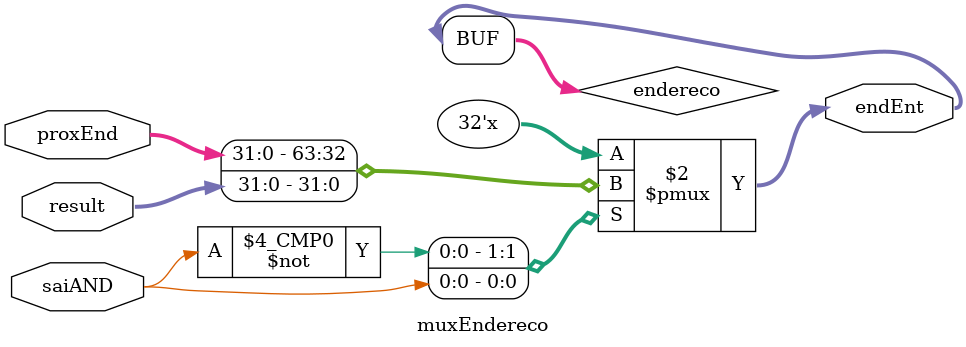
<source format=v>
module muxEndereco (input wire [31:0] proxEnd, input wire [31:0] result, input wire saiAND, output wire [31:0] endEnt);

	reg [31:0] endereco;
	
	always @ (saiAND or proxEnd or result)
	begin
		case (saiAND)
			0: endereco <= proxEnd;
			1: endereco <= result;
			default: endereco <= 0;
		endcase
	end
	
	assign endEnt = endereco;
	
endmodule

//modulo q define qual o proximo endereco a ser lido
</source>
